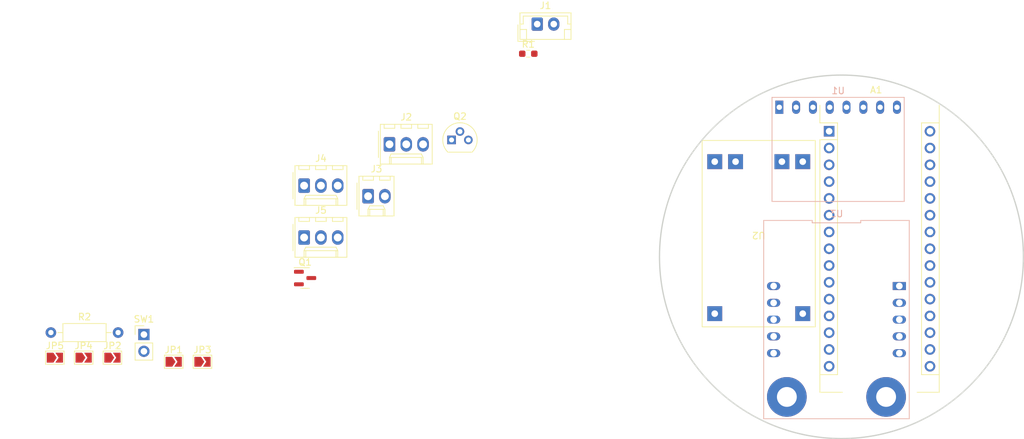
<source format=kicad_pcb>
(kicad_pcb (version 20210606) (generator pcbnew)
  (layers (0 "F.Cu" signal) (31 "B.Cu" signal) (34 "B.Paste" user) (35 "F.Paste" user) (36 "B.SilkS" user "B.Silkscreen") (37 "F.SilkS" user "F.Silkscreen") (38 "B.Mask" user) (39 "F.Mask" user) (44 "Edge.Cuts" user))
  (net 0 "")
  (net 1 "Net-(A1-Pad1)")
  (net 3 "Net-(A1-Pad2)")
  (net 7 "GND")
  (net 9 "/BUSY")
  (net 11 "/INT")
  (net 13 "/TX")
  (net 14 "/SDA")
  (net 15 "/CAP_SENSOR_2")
  (net 16 "/SCL")
  (net 17 "/RX")
  (net 19 "/GND_AUDIO_SW")
  (net 21 "/CAP_SENSOR_1")
  (net 22 "VCC")
  (net 23 "/SENSOR_POSITION")
  (net 30 "-BATT")
  (net 31 "+BATT")
  (net 32 "/SP-")
  (net 33 "/SP+")
  (net 35 "+5V")
  (net 36 "GNDPWR")
  (net 37 "/GND_AUDIO")
  (net 38 "Net-(Q1-Pad3)")
  (footprint "boitarire_lib:HW-107" (layer "F.Cu") (at 151.5 65 180)
    (fp_text reference "U2" (at 0 -0.5 180 unlocked) (layer "F.SilkS"))
    (fp_text value "HW-107")
    (fp_rect (start -8.55 -14.35) (end 8.55 13.85) (layer "F.SilkS") (width 0.12) (fill none))
    (pad "1" thru_hole rect (at 6.65 -12.35 180) (size 2.25 2.25) (drill 1) (layers *.Cu *.Mask) (net 35 "+5V"))
    (pad "2" thru_hole rect (at -6.65 -12.35 180) (size 2.25 2.25) (drill 1) (layers *.Cu *.Mask) (net 36 "GNDPWR"))
    (pad "3" thru_hole rect (at 3.5 10.65 180) (size 2.25 2.25) (drill 1) (layers *.Cu *.Mask) (net 31 "+BATT"))
    (pad "4" thru_hole rect (at -3.5 10.65 180) (size 2.25 2.25) (drill 1) (layers *.Cu *.Mask) (net 30 "-BATT"))
    (pad "5" thru_hole rect (at 6.65 10.65 180) (size 2.25 2.25) (drill 1) (layers *.Cu *.Mask) (net 22 "VCC"))
    (pad "6" thru_hole rect (at -6.65 10.65 180) (size 2.25 2.25) (drill 1) (layers *.Cu *.Mask) (net 7 "GND"))
  )
  (footprint "Jumper:SolderJumper-2_P1.3mm_Open_TrianglePad1.0x1.5mm" (layer "F.Cu") (at 53.82 84.01)
    (fp_text reference "JP2" (at 0 -1.8) (layer "F.SilkS"))
    (fp_text value "SolderJumper_2_Open")
    (fp_line (start 1.4 -1) (end 1.4 1) (layer "F.SilkS") (width 0.12))
    (fp_line (start 1.4 1) (end -1.4 1) (layer "F.SilkS") (width 0.12))
    (fp_line (start -1.4 -1) (end 1.4 -1) (layer "F.SilkS") (width 0.12))
    (fp_line (start -1.4 1) (end -1.4 -1) (layer "F.SilkS") (width 0.12))
    (pad "1" smd custom locked (at -0.725 0) (size 0.3 0.3) (layers "F.Cu" "F.Mask") (net 15 "/CAP_SENSOR_2") (options (clearance outline) (anchor rect)) (primitives (gr_poly (pts (xy -0.5 -0.75) (xy 0.5 -0.75) (xy 1 0) (xy 0.5 0.75) (xy -0.5 0.75)) (width 0) (fill yes))))
    (pad "2" smd custom locked (at 0.725 0) (size 0.3 0.3) (layers "F.Cu" "F.Mask") (net 9 "/BUSY") (options (clearance outline) (anchor rect)) (primitives (gr_poly (pts (xy -0.65 -0.75) (xy 0.5 -0.75) (xy 0.5 0.75) (xy -0.65 0.75) (xy -0.15 0)) (width 0) (fill yes))))
  )
  (footprint "Connector_Molex:Molex_KK-254_AE-6410-03A_1x03_P2.54mm_Vertical" (layer "F.Cu") (at 82.79 57.98)
    (fp_text reference "J4" (at 2.54 -4.12) (layer "F.SilkS"))
    (fp_text value "Conn cap sensor 1")
    (fp_line (start 0.25 1.46) (end 4.83 1.46) (layer "F.SilkS") (width 0.12))
    (fp_line (start 6.46 -3.03) (end -1.38 -3.03) (layer "F.SilkS") (width 0.12))
    (fp_line (start 4.28 -2.43) (end 5.88 -2.43) (layer "F.SilkS") (width 0.12))
    (fp_line (start -0.8 -3.03) (end -0.8 -2.43) (layer "F.SilkS") (width 0.12))
    (fp_line (start 4.83 2.99) (end 4.83 1.99) (layer "F.SilkS") (width 0.12))
    (fp_line (start 6.46 2.99) (end 6.46 -3.03) (layer "F.SilkS") (width 0.12))
    (fp_line (start 3.34 -2.43) (end 3.34 -3.03) (layer "F.SilkS") (width 0.12))
    (fp_line (start 1.74 -2.43) (end 3.34 -2.43) (layer "F.SilkS") (width 0.12))
    (fp_line (start -1.67 -2) (end -1.67 2) (layer "F.SilkS") (width 0.12))
    (fp_line (start 0 1.99) (end 0.25 1.46) (layer "F.SilkS") (width 0.12))
    (fp_line (start 1.74 -3.03) (end 1.74 -2.43) (layer "F.SilkS") (width 0.12))
    (fp_line (start 4.83 1.46) (end 5.08 1.99) (layer "F.SilkS") (width 0.12))
    (fp_line (start 0.8 -2.43) (end 0.8 -3.03) (layer "F.SilkS") (width 0.12))
    (fp_line (start 0 1.99) (end 5.08 1.99) (layer "F.SilkS") (width 0.12))
    (fp_line (start -1.38 2.99) (end 6.46 2.99) (layer "F.SilkS") (width 0.12))
    (fp_line (start -0.8 -2.43) (end 0.8 -2.43) (layer "F.SilkS") (width 0.12))
    (fp_line (start 4.28 -3.03) (end 4.28 -2.43) (layer "F.SilkS") (width 0.12))
    (fp_line (start 0 2.99) (end 0 1.99) (layer "F.SilkS") (width 0.12))
    (fp_line (start -1.38 -3.03) (end -1.38 2.99) (layer "F.SilkS") (width 0.12))
    (fp_line (start 5.08 1.99) (end 5.08 2.99) (layer "F.SilkS") (width 0.12))
    (fp_line (start 5.88 -2.43) (end 5.88 -3.03) (layer "F.SilkS") (width 0.12))
    (fp_line (start 0.25 2.99) (end 0.25 1.99) (layer "F.SilkS") (width 0.12))
    (pad "1" thru_hole roundrect locked (at 0 0) (size 1.74 2.19) (drill 1.19) (layers *.Cu *.Mask) (roundrect_rratio 0.143678) (net 22 "VCC"))
    (pad "2" thru_hole oval locked (at 2.54 0) (size 1.74 2.19) (drill 1.19) (layers *.Cu *.Mask) (net 21 "/CAP_SENSOR_1"))
    (pad "3" thru_hole oval locked (at 5.08 0) (size 1.74 2.19) (drill 1.19) (layers *.Cu *.Mask) (net 7 "GND"))
  )
  (footprint "Connector_Molex:Molex_KK-254_AE-6410-02A_1x02_P2.54mm_Vertical" (layer "F.Cu") (at 92.46 59.58)
    (fp_text reference "J3" (at 1.27 -4.12) (layer "F.SilkS"))
    (fp_text value "Conn jack DC")
    (fp_line (start -0.8 -3.03) (end -0.8 -2.43) (layer "F.SilkS") (width 0.12))
    (fp_line (start 0 2.99) (end 0 1.99) (layer "F.SilkS") (width 0.12))
    (fp_line (start 2.29 2.99) (end 2.29 1.99) (layer "F.SilkS") (width 0.12))
    (fp_line (start -0.8 -2.43) (end 0.8 -2.43) (layer "F.SilkS") (width 0.12))
    (fp_line (start 3.92 -3.03) (end -1.38 -3.03) (layer "F.SilkS") (width 0.12))
    (fp_line (start 1.74 -2.43) (end 3.34 -2.43) (layer "F.SilkS") (width 0.12))
    (fp_line (start -1.38 -3.03) (end -1.38 2.99) (layer "F.SilkS") (width 0.12))
    (fp_line (start 0.25 2.99) (end 0.25 1.99) (layer "F.SilkS") (width 0.12))
    (fp_line (start 3.34 -2.43) (end 3.34 -3.03) (layer "F.SilkS") (width 0.12))
    (fp_line (start 0 1.99) (end 0.25 1.46) (layer "F.SilkS") (width 0.12))
    (fp_line (start 2.29 1.46) (end 2.54 1.99) (layer "F.SilkS") (width 0.12))
    (fp_line (start 0.25 1.46) (end 2.29 1.46) (layer "F.SilkS") (width 0.12))
    (fp_line (start -1.67 -2) (end -1.67 2) (layer "F.SilkS") (width 0.12))
    (fp_line (start 0.8 -2.43) (end 0.8 -3.03) (layer "F.SilkS") (width 0.12))
    (fp_line (start 1.74 -3.03) (end 1.74 -2.43) (layer "F.SilkS") (width 0.12))
    (fp_line (start 0 1.99) (end 2.54 1.99) (layer "F.SilkS") (width 0.12))
    (fp_line (start -1.38 2.99) (end 3.92 2.99) (layer "F.SilkS") (width 0.12))
    (fp_line (start 3.92 2.99) (end 3.92 -3.03) (layer "F.SilkS") (width 0.12))
    (fp_line (start 2.54 1.99) (end 2.54 2.99) (layer "F.SilkS") (width 0.12))
    (pad "1" thru_hole roundrect locked (at 0 0) (size 1.74 2.19) (drill 1.19) (layers *.Cu *.Mask) (roundrect_rratio 0.143678) (net 35 "+5V"))
    (pad "2" thru_hole oval locked (at 2.54 0) (size 1.74 2.19) (drill 1.19) (layers *.Cu *.Mask) (net 36 "GNDPWR"))
  )
  (footprint "Connector_JST:JST_EH_B2B-EH-A_1x02_P2.50mm_Vertical" (layer "F.Cu") (at 118.02 33.54)
    (fp_text reference "J1" (at 1.25 -2.8) (layer "F.SilkS"))
    (fp_text value "Conn battery")
    (fp_line (start 5.11 2.31) (end 5.11 -1.71) (layer "F.SilkS") (width 0.12))
    (fp_line (start -2.11 -1.21) (end 4.61 -1.21) (layer "F.SilkS") (width 0.12))
    (fp_line (start -2.61 -1.71) (end -2.61 2.31) (layer "F.SilkS") (width 0.12))
    (fp_line (start -2.61 0.81) (end -1.61 0.81) (layer "F.SilkS") (width 0.12))
    (fp_line (start 4.11 0.81) (end 4.11 2.31) (layer "F.SilkS") (width 0.12))
    (fp_line (start 4.61 -1.21) (end 4.61 0) (layer "F.SilkS") (width 0.12))
    (fp_line (start -2.91 0.11) (end -2.91 2.61) (layer "F.SilkS") (width 0.12))
    (fp_line (start -2.11 0) (end -2.11 -1.21) (layer "F.SilkS") (width 0.12))
    (fp_line (start -1.61 0.81) (end -1.61 2.31) (layer "F.SilkS") (width 0.12))
    (fp_line (start -2.91 2.61) (end -0.41 2.61) (layer "F.SilkS") (width 0.12))
    (fp_line (start -2.61 0) (end -2.11 0) (layer "F.SilkS") (width 0.12))
    (fp_line (start 5.11 -1.71) (end -2.61 -1.71) (layer "F.SilkS") (width 0.12))
    (fp_line (start -2.61 2.31) (end 5.11 2.31) (layer "F.SilkS") (width 0.12))
    (fp_line (start 5.11 0.81) (end 4.11 0.81) (layer "F.SilkS") (width 0.12))
    (fp_line (start 4.61 0) (end 5.11 0) (layer "F.SilkS") (width 0.12))
    (pad "1" thru_hole roundrect locked (at 0 0) (size 1.7 2) (drill 1) (layers *.Cu *.Mask) (roundrect_rratio 0.147059) (net 30 "-BATT"))
    (pad "2" thru_hole oval locked (at 2.5 0) (size 1.7 2) (drill 1) (layers *.Cu *.Mask) (net 31 "+BATT"))
  )
  (footprint "Connector_Molex:Molex_KK-254_AE-6410-03A_1x03_P2.54mm_Vertical" (layer "F.Cu") (at 95.69 51.73)
    (fp_text reference "J2" (at 2.54 -4.12) (layer "F.SilkS"))
    (fp_text value "Conn speaker")
    (fp_line (start 4.28 -2.43) (end 5.88 -2.43) (layer "F.SilkS") (width 0.12))
    (fp_line (start 0 2.99) (end 0 1.99) (layer "F.SilkS") (width 0.12))
    (fp_line (start 5.88 -2.43) (end 5.88 -3.03) (layer "F.SilkS") (width 0.12))
    (fp_line (start 0.8 -2.43) (end 0.8 -3.03) (layer "F.SilkS") (width 0.12))
    (fp_line (start 0 1.99) (end 0.25 1.46) (layer "F.SilkS") (width 0.12))
    (fp_line (start -1.38 -3.03) (end -1.38 2.99) (layer "F.SilkS") (width 0.12))
    (fp_line (start -0.8 -2.43) (end 0.8 -2.43) (layer "F.SilkS") (width 0.12))
    (fp_line (start 4.83 2.99) (end 4.83 1.99) (layer "F.SilkS") (width 0.12))
    (fp_line (start 6.46 -3.03) (end -1.38 -3.03) (layer "F.SilkS") (width 0.12))
    (fp_line (start -1.67 -2) (end -1.67 2) (layer "F.SilkS") (width 0.12))
    (fp_line (start 0.25 2.99) (end 0.25 1.99) (layer "F.SilkS") (width 0.12))
    (fp_line (start 1.74 -3.03) (end 1.74 -2.43) (layer "F.SilkS") (width 0.12))
    (fp_line (start 5.08 1.99) (end 5.08 2.99) (layer "F.SilkS") (width 0.12))
    (fp_line (start 1.74 -2.43) (end 3.34 -2.43) (layer "F.SilkS") (width 0.12))
    (fp_line (start 0.25 1.46) (end 4.83 1.46) (layer "F.SilkS") (width 0.12))
    (fp_line (start 3.34 -2.43) (end 3.34 -3.03) (layer "F.SilkS") (width 0.12))
    (fp_line (start 6.46 2.99) (end 6.46 -3.03) (layer "F.SilkS") (width 0.12))
    (fp_line (start -1.38 2.99) (end 6.46 2.99) (layer "F.SilkS") (width 0.12))
    (fp_line (start 0 1.99) (end 5.08 1.99) (layer "F.SilkS") (width 0.12))
    (fp_line (start 4.83 1.46) (end 5.08 1.99) (layer "F.SilkS") (width 0.12))
    (fp_line (start 4.28 -3.03) (end 4.28 -2.43) (layer "F.SilkS") (width 0.12))
    (fp_line (start -0.8 -3.03) (end -0.8 -2.43) (layer "F.SilkS") (width 0.12))
    (pad "1" thru_hole roundrect locked (at 0 0) (size 1.74 2.19) (drill 1.19) (layers *.Cu *.Mask) (roundrect_rratio 0.143678) (net 32 "/SP-"))
    (pad "2" thru_hole oval locked (at 2.54 0) (size 1.74 2.19) (drill 1.19) (layers *.Cu *.Mask) (net 33 "/SP+"))
    (pad "3" thru_hole oval locked (at 5.08 0) (size 1.74 2.19) (drill 1.19) (layers *.Cu *.Mask))
  )
  (footprint "Package_TO_SOT_THT:TO-92" (layer "F.Cu") (at 105.075 51.065)
    (fp_text reference "Q2" (at 1.27 -3.56) (layer "F.SilkS"))
    (fp_text value "Q_NMOS_SGD")
    (fp_line (start -0.53 1.85) (end 3.07 1.85) (layer "F.SilkS") (width 0.12))
    (fp_arc (start 1.27 0) (end 1.27 -2.6) (angle -135) (layer "F.SilkS") (width 0.12))
    (fp_arc (start 1.27 0) (end 1.27 -2.6) (angle 135) (layer "F.SilkS") (width 0.12))
    (pad "1" thru_hole rect locked (at 0 0) (size 1.3 1.3) (drill 0.75) (layers *.Cu *.Mask) (net 7 "GND"))
    (pad "2" thru_hole circle locked (at 1.27 -1.27) (size 1.3 1.3) (drill 0.75) (layers *.Cu *.Mask) (net 37 "/GND_AUDIO"))
    (pad "3" thru_hole circle locked (at 2.54 0) (size 1.3 1.3) (drill 0.75) (layers *.Cu *.Mask) (net 38 "Net-(Q1-Pad3)"))
  )
  (footprint "Resistor_SMD:R_0603_1608Metric_Pad0.98x0.95mm_HandSolder" (layer "F.Cu") (at 116.67 38.02)
    (fp_text reference "R1" (at 0 -1.43) (layer "F.SilkS"))
    (fp_text value "4k7")
    (fp_line (start -0.254724 0.5225) (end 0.254724 0.5225) (layer "F.SilkS") (width 0.12))
    (fp_line (start -0.254724 -0.5225) (end 0.254724 -0.5225) (layer "F.SilkS") (width 0.12))
    (pad "1" smd roundrect locked (at -0.9125 0) (size 0.975 0.95) (layers "F.Cu" "F.Paste" "F.Mask") (net 19 "/GND_AUDIO_SW"))
    (pad "2" smd roundrect locked (at 0.9125 0) (size 0.975 0.95) (layers "F.Cu" "F.Paste" "F.Mask") (net 37 "/GND_AUDIO"))
  )
  (footprint "Connector_Molex:Molex_KK-254_AE-6410-03A_1x03_P2.54mm_Vertical" (layer "F.Cu") (at 82.79 65.83)
    (fp_text reference "J5" (at 2.54 -4.12) (layer "F.SilkS"))
    (fp_text value "Conn cap sensor 2")
    (fp_line (start 4.28 -2.43) (end 5.88 -2.43) (layer "F.SilkS") (width 0.12))
    (fp_line (start 1.74 -3.03) (end 1.74 -2.43) (layer "F.SilkS") (width 0.12))
    (fp_line (start 1.74 -2.43) (end 3.34 -2.43) (layer "F.SilkS") (width 0.12))
    (fp_line (start 0.8 -2.43) (end 0.8 -3.03) (layer "F.SilkS") (width 0.12))
    (fp_line (start -0.8 -2.43) (end 0.8 -2.43) (layer "F.SilkS") (width 0.12))
    (fp_line (start 5.08 1.99) (end 5.08 2.99) (layer "F.SilkS") (width 0.12))
    (fp_line (start 0.25 2.99) (end 0.25 1.99) (layer "F.SilkS") (width 0.12))
    (fp_line (start 4.28 -3.03) (end 4.28 -2.43) (layer "F.SilkS") (width 0.12))
    (fp_line (start 4.83 1.46) (end 5.08 1.99) (layer "F.SilkS") (width 0.12))
    (fp_line (start 0.25 1.46) (end 4.83 1.46) (layer "F.SilkS") (width 0.12))
    (fp_line (start 5.88 -2.43) (end 5.88 -3.03) (layer "F.SilkS") (width 0.12))
    (fp_line (start 3.34 -2.43) (end 3.34 -3.03) (layer "F.SilkS") (width 0.12))
    (fp_line (start 0 1.99) (end 0.25 1.46) (layer "F.SilkS") (width 0.12))
    (fp_line (start -1.67 -2) (end -1.67 2) (layer "F.SilkS") (width 0.12))
    (fp_line (start -1.38 2.99) (end 6.46 2.99) (layer "F.SilkS") (width 0.12))
    (fp_line (start -0.8 -3.03) (end -0.8 -2.43) (layer "F.SilkS") (width 0.12))
    (fp_line (start 6.46 -3.03) (end -1.38 -3.03) (layer "F.SilkS") (width 0.12))
    (fp_line (start 0 2.99) (end 0 1.99) (layer "F.SilkS") (width 0.12))
    (fp_line (start -1.38 -3.03) (end -1.38 2.99) (layer "F.SilkS") (width 0.12))
    (fp_line (start 4.83 2.99) (end 4.83 1.99) (layer "F.SilkS") (width 0.12))
    (fp_line (start 0 1.99) (end 5.08 1.99) (layer "F.SilkS") (width 0.12))
    (fp_line (start 6.46 2.99) (end 6.46 -3.03) (layer "F.SilkS") (width 0.12))
    (pad "1" thru_hole roundrect locked (at 0 0) (size 1.74 2.19) (drill 1.19) (layers *.Cu *.Mask) (roundrect_rratio 0.143678) (net 22 "VCC"))
    (pad "2" thru_hole oval locked (at 2.54 0) (size 1.74 2.19) (drill 1.19) (layers *.Cu *.Mask) (net 15 "/CAP_SENSOR_2"))
    (pad "3" thru_hole oval locked (at 5.08 0) (size 1.74 2.19) (drill 1.19) (layers *.Cu *.Mask) (net 7 "GND"))
  )
  (footprint "Jumper:SolderJumper-2_P1.3mm_Open_TrianglePad1.0x1.5mm" (layer "F.Cu") (at 63.08 84.63)
    (fp_text reference "JP1" (at 0 -1.8) (layer "F.SilkS"))
    (fp_text value "SolderJumper_2_Open")
    (fp_line (start -1.4 -1) (end 1.4 -1) (layer "F.SilkS") (width 0.12))
    (fp_line (start 1.4 1) (end -1.4 1) (layer "F.SilkS") (width 0.12))
    (fp_line (start -1.4 1) (end -1.4 -1) (layer "F.SilkS") (width 0.12))
    (fp_line (start 1.4 -1) (end 1.4 1) (layer "F.SilkS") (width 0.12))
    (pad "1" smd custom locked (at -0.725 0) (size 0.3 0.3) (layers "F.Cu" "F.Mask") (net 11 "/INT") (options (clearance outline) (anchor rect)) (primitives (gr_poly (pts (xy -0.5 -0.75) (xy 0.5 -0.75) (xy 1 0) (xy 0.5 0.75) (xy -0.5 0.75)) (width 0) (fill yes))))
    (pad "2" smd custom locked (at 0.725 0) (size 0.3 0.3) (layers "F.Cu" "F.Mask") (net 9 "/BUSY") (options (clearance outline) (anchor rect)) (primitives (gr_poly (pts (xy -0.65 -0.75) (xy 0.5 -0.75) (xy 0.5 0.75) (xy -0.65 0.75) (xy -0.15 0)) (width 0) (fill yes))))
  )
  (footprint "Jumper:SolderJumper-2_P1.3mm_Open_TrianglePad1.0x1.5mm" (layer "F.Cu") (at 67.43 84.63)
    (fp_text reference "JP3" (at 0 -1.8) (layer "F.SilkS"))
    (fp_text value "SolderJumper_2_Open")
    (fp_line (start -1.4 1) (end -1.4 -1) (layer "F.SilkS") (width 0.12))
    (fp_line (start 1.4 1) (end -1.4 1) (layer "F.SilkS") (width 0.12))
    (fp_line (start -1.4 -1) (end 1.4 -1) (layer "F.SilkS") (width 0.12))
    (fp_line (start 1.4 -1) (end 1.4 1) (layer "F.SilkS") (width 0.12))
    (pad "1" smd custom locked (at -0.725 0) (size 0.3 0.3) (layers "F.Cu" "F.Mask") (net 13 "/TX") (options (clearance outline) (anchor rect)) (primitives (gr_poly (pts (xy -0.5 -0.75) (xy 0.5 -0.75) (xy 1 0) (xy 0.5 0.75) (xy -0.5 0.75)) (width 0) (fill yes))))
    (pad "2" smd custom locked (at 0.725 0) (size 0.3 0.3) (layers "F.Cu" "F.Mask") (net 1 "Net-(A1-Pad1)") (options (clearance outline) (anchor rect)) (primitives (gr_poly (pts (xy -0.65 -0.75) (xy 0.5 -0.75) (xy 0.5 0.75) (xy -0.65 0.75) (xy -0.15 0)) (width 0) (fill yes))))
  )
  (footprint "Resistor_THT:R_Axial_DIN0207_L6.3mm_D2.5mm_P10.16mm_Horizontal" (layer "F.Cu") (at 44.52 80.21)
    (fp_text reference "R2" (at 5.08 -2.37) (layer "F.SilkS"))
    (fp_text value "4k7")
    (fp_line (start 8.35 -1.37) (end 1.81 -1.37) (layer "F.SilkS") (width 0.12))
    (fp_line (start 1.81 1.37) (end 8.35 1.37) (layer "F.SilkS") (width 0.12))
    (fp_line (start 1.04 0) (end 1.81 0) (layer "F.SilkS") (width 0.12))
    (fp_line (start 8.35 1.37) (end 8.35 -1.37) (layer "F.SilkS") (width 0.12))
    (fp_line (start 9.12 0) (end 8.35 0) (layer "F.SilkS") (width 0.12))
    (fp_line (start 1.81 -1.37) (end 1.81 1.37) (layer "F.SilkS") (width 0.12))
    (pad "1" thru_hole circle locked (at 0 0) (size 1.6 1.6) (drill 0.8) (layers *.Cu *.Mask) (net 19 "/GND_AUDIO_SW"))
    (pad "2" thru_hole oval locked (at 10.16 0) (size 1.6 1.6) (drill 0.8) (layers *.Cu *.Mask) (net 37 "/GND_AUDIO"))
  )
  (footprint "Jumper:SolderJumper-2_P1.3mm_Open_TrianglePad1.0x1.5mm" (layer "F.Cu") (at 45.12 84.01)
    (fp_text reference "JP5" (at 0 -1.8) (layer "F.SilkS"))
    (fp_text value "SolderJumper_2_Open")
    (fp_line (start -1.4 -1) (end 1.4 -1) (layer "F.SilkS") (width 0.12))
    (fp_line (start 1.4 1) (end -1.4 1) (layer "F.SilkS") (width 0.12))
    (fp_line (start -1.4 1) (end -1.4 -1) (layer "F.SilkS") (width 0.12))
    (fp_line (start 1.4 -1) (end 1.4 1) (layer "F.SilkS") (width 0.12))
    (pad "1" smd custom locked (at -0.725 0) (size 0.3 0.3) (layers "F.Cu" "F.Mask") (net 23 "/SENSOR_POSITION") (options (clearance outline) (anchor rect)) (primitives (gr_poly (pts (xy -0.5 -0.75) (xy 0.5 -0.75) (xy 1 0) (xy 0.5 0.75) (xy -0.5 0.75)) (width 0) (fill yes))))
    (pad "2" smd custom locked (at 0.725 0) (size 0.3 0.3) (layers "F.Cu" "F.Mask") (net 21 "/CAP_SENSOR_1") (options (clearance outline) (anchor rect)) (primitives (gr_poly (pts (xy -0.65 -0.75) (xy 0.5 -0.75) (xy 0.5 0.75) (xy -0.65 0.75) (xy -0.15 0)) (width 0) (fill yes))))
  )
  (footprint "Package_TO_SOT_SMD:SOT-23" (layer "F.Cu") (at 82.94 71.96)
    (fp_text reference "Q1" (at 0 -2.4) (layer "F.SilkS"))
    (fp_text value "DMN2050L")
    (fp_line (start 0 1.56) (end -0.65 1.56) (layer "F.SilkS") (width 0.12))
    (fp_line (start 0 1.56) (end 0.65 1.56) (layer "F.SilkS") (width 0.12))
    (fp_line (start 0 -1.56) (end -1.675 -1.56) (layer "F.SilkS") (width 0.12))
    (fp_line (start 0 -1.56) (end 0.65 -1.56) (layer "F.SilkS") (width 0.12))
    (pad "1" smd roundrect locked (at -0.9375 -0.95) (size 1.475 0.6) (layers "F.Cu" "F.Paste" "F.Mask") (net 37 "/GND_AUDIO"))
    (pad "2" smd roundrect locked (at -0.9375 0.95) (size 1.475 0.6) (layers "F.Cu" "F.Paste" "F.Mask") (net 7 "GND"))
    (pad "3" smd roundrect locked (at 0.9375 0) (size 1.475 0.6) (layers "F.Cu" "F.Paste" "F.Mask") (net 38 "Net-(Q1-Pad3)"))
  )
  (footprint "Jumper:SolderJumper-2_P1.3mm_Open_TrianglePad1.0x1.5mm" (layer "F.Cu") (at 49.47 84.01)
    (fp_text reference "JP4" (at 0 -1.8) (layer "F.SilkS"))
    (fp_text value "SolderJumper_2_Open")
    (fp_line (start 1.4 -1) (end 1.4 1) (layer "F.SilkS") (width 0.12))
    (fp_line (start 1.4 1) (end -1.4 1) (layer "F.SilkS") (width 0.12))
    (fp_line (start -1.4 -1) (end 1.4 -1) (layer "F.SilkS") (width 0.12))
    (fp_line (start -1.4 1) (end -1.4 -1) (layer "F.SilkS") (width 0.12))
    (pad "1" smd custom locked (at -0.725 0) (size 0.3 0.3) (layers "F.Cu" "F.Mask") (net 17 "/RX") (options (clearance outline) (anchor rect)) (primitives (gr_poly (pts (xy -0.5 -0.75) (xy 0.5 -0.75) (xy 1 0) (xy 0.5 0.75) (xy -0.5 0.75)) (width 0) (fill yes))))
    (pad "2" smd custom locked (at 0.725 0) (size 0.3 0.3) (layers "F.Cu" "F.Mask") (net 3 "Net-(A1-Pad2)") (options (clearance outline) (anchor rect)) (primitives (gr_poly (pts (xy -0.65 -0.75) (xy 0.5 -0.75) (xy 0.5 0.75) (xy -0.65 0.75) (xy -0.15 0)) (width 0) (fill yes))))
  )
  (footprint "Connector_PinHeader_2.54mm:PinHeader_1x02_P2.54mm_Vertical" (layer "F.Cu") (at 58.58 80.51)
    (fp_text reference "SW1" (at 0 -2.33) (layer "F.SilkS"))
    (fp_text value "SW_Position_Sensor")
    (fp_line (start -1.33 1.27) (end 1.33 1.27) (layer "F.SilkS") (width 0.12))
    (fp_line (start -1.33 3.87) (end 1.33 3.87) (layer "F.SilkS") (width 0.12))
    (fp_line (start -1.33 0) (end -1.33 -1.33) (layer "F.SilkS") (width 0.12))
    (fp_line (start 1.33 1.27) (end 1.33 3.87) (layer "F.SilkS") (width 0.12))
    (fp_line (start -1.33 -1.33) (end 0 -1.33) (layer "F.SilkS") (width 0.12))
    (fp_line (start -1.33 1.27) (end -1.33 3.87) (layer "F.SilkS") (width 0.12))
    (pad "1" thru_hole rect locked (at 0 0) (size 1.7 1.7) (drill 1) (layers *.Cu *.Mask) (net 23 "/SENSOR_POSITION"))
    (pad "2" thru_hole oval locked (at 0 2.54) (size 1.7 1.7) (drill 1) (layers *.Cu *.Mask) (net 7 "GND"))
  )
  (footprint "Module:Arduino_Nano" (layer "F.Cu") (at 162.14 49.75)
    (fp_text reference "A1" (at 7.11 -6.25) (layer "F.SilkS"))
    (fp_text value "Arduino_Nano_Every")
    (fp_line (start -1.4 -3.94) (end -1.4 -1.27) (layer "F.SilkS") (width 0.12))
    (fp_line (start 1.27 1.27) (end 1.27 36.83) (layer "F.SilkS") (width 0.12))
    (fp_line (start 1.27 1.27) (end 1.27 -1.27) (layer "F.SilkS") (width 0.12))
    (fp_line (start 1.27 -1.27) (end -1.4 -1.27) (layer "F.SilkS") (width 0.12))
    (fp_line (start 16.64 39.5) (end 16.64 -3.94) (layer "F.SilkS") (width 0.12))
    (fp_line (start 13.97 -1.27) (end 16.64 -1.27) (layer "F.SilkS") (width 0.12))
    (fp_line (start -1.4 1.27) (end -1.4 39.5) (layer "F.SilkS") (width 0.12))
    (fp_line (start 1.27 1.27) (end -1.4 1.27) (layer "F.SilkS") (width 0.12))
    (fp_line (start 13.97 -1.27) (end 13.97 36.83) (layer "F.SilkS") (width 0.12))
    (fp_line (start 13.97 36.83) (end 16.64 36.83) (layer "F.SilkS") (width 0.12))
    (fp_line (start 13.3 39.5) (end 16.64 39.5) (layer "F.SilkS") (width 0.12))
    (fp_line (start 1.27 36.83) (end -1.4 36.83) (layer "F.SilkS") (width 0.12))
    (fp_line (start -1.4 39.5) (end 2 39.5) (layer "F.SilkS") (width 0.12))
    (pad "1" thru_hole rect locked (at 0 0) (size 1.6 1.6) (drill 1) (layers *.Cu *.Mask) (net 1 "Net-(A1-Pad1)"))
    (pad "2" thru_hole oval locked (at 0 2.54) (size 1.6 1.6) (drill 1) (layers *.Cu *.Mask) (net 3 "Net-(A1-Pad2)"))
    (pad "3" thru_hole oval locked (at 0 5.08) (size 1.6 1.6) (drill 1) (layers *.Cu *.Mask))
    (pad "4" thru_hole oval locked (at 0 7.62) (size 1.6 1.6) (drill 1) (layers *.Cu *.Mask) (net 7 "GND"))
    (pad "5" thru_hole oval locked (at 0 10.16) (size 1.6 1.6) (drill 1) (layers *.Cu *.Mask) (net 9 "/BUSY"))
    (pad "6" thru_hole oval locked (at 0 12.7) (size 1.6 1.6) (drill 1) (layers *.Cu *.Mask) (net 11 "/INT"))
    (pad "7" thru_hole oval locked (at 0 15.24) (size 1.6 1.6) (drill 1) (layers *.Cu *.Mask) (net 13 "/TX"))
    (pad "8" thru_hole oval locked (at 0 17.78) (size 1.6 1.6) (drill 1) (layers *.Cu *.Mask) (net 15 "/CAP_SENSOR_2"))
    (pad "9" thru_hole oval locked (at 0 20.32) (size 1.6 1.6) (drill 1) (layers *.Cu *.Mask) (net 17 "/RX"))
    (pad "10" thru_hole oval locked (at 0 22.86) (size 1.6 1.6) (drill 1) (layers *.Cu *.Mask) (net 19 "/GND_AUDIO_SW"))
    (pad "11" thru_hole oval locked (at 0 25.4) (size 1.6 1.6) (drill 1) (layers *.Cu *.Mask) (net 21 "/CAP_SENSOR_1"))
    (pad "12" thru_hole oval locked (at 0 27.94) (size 1.6 1.6) (drill 1) (layers *.Cu *.Mask) (net 23 "/SENSOR_POSITION"))
    (pad "13" thru_hole oval locked (at 0 30.48) (size 1.6 1.6) (drill 1) (layers *.Cu *.Mask))
    (pad "14" thru_hole oval locked (at 0 33.02) (size 1.6 1.6) (drill 1) (layers *.Cu *.Mask))
    (pad "15" thru_hole oval locked (at 0 35.56) (size 1.6 1.6) (drill 1) (layers *.Cu *.Mask))
    (pad "16" thru_hole oval locked (at 15.24 35.56) (size 1.6 1.6) (drill 1) (layers *.Cu *.Mask))
    (pad "17" thru_hole oval locked (at 15.24 33.02) (size 1.6 1.6) (drill 1) (layers *.Cu *.Mask))
    (pad "18" thru_hole oval locked (at 15.24 30.48) (size 1.6 1.6) (drill 1) (layers *.Cu *.Mask))
    (pad "19" thru_hole oval locked (at 15.24 27.94) (size 1.6 1.6) (drill 1) (layers *.Cu *.Mask))
    (pad "20" thru_hole oval locked (at 15.24 25.4) (size 1.6 1.6) (drill 1) (layers *.Cu *.Mask))
    (pad "21" thru_hole oval locked (at 15.24 22.86) (size 1.6 1.6) (drill 1) (layers *.Cu *.Mask))
    (pad "22" thru_hole oval locked (at 15.24 20.32) (size 1.6 1.6) (drill 1) (layers *.Cu *.Mask))
    (pad "23" thru_hole oval locked (at 15.24 17.78) (size 1.6 1.6) (drill 1) (layers *.Cu *.Mask) (net 14 "/SDA"))
    (pad "24" thru_hole oval locked (at 15.24 15.24) (size 1.6 1.6) (drill 1) (layers *.Cu *.Mask) (net 16 "/SCL"))
    (pad "25" thru_hole oval locked (at 15.24 12.7) (size 1.6 1.6) (drill 1) (layers *.Cu *.Mask))
    (pad "26" thru_hole oval locked (at 15.24 10.16) (size 1.6 1.6) (drill 1) (layers *.Cu *.Mask))
    (pad "27" thru_hole oval locked (at 15.24 7.62) (size 1.6 1.6) (drill 1) (layers *.Cu *.Mask) (net 22 "VCC"))
    (pad "28" thru_hole oval locked (at 15.24 5.08) (size 1.6 1.6) (drill 1) (layers *.Cu *.Mask))
    (pad "29" thru_hole oval locked (at 15.24 2.54) (size 1.6 1.6) (drill 1) (layers *.Cu *.Mask) (net 7 "GND"))
    (pad "30" thru_hole oval locked (at 15.24 0) (size 1.6 1.6) (drill 1) (layers *.Cu *.Mask))
  )
  (footprint "boitarire_lib:GY-521" (layer "B.Cu") (at 163.5 46.125)
    (fp_text reference "U1" (at 0 -2.5 180) (layer "B.SilkS") (effects (justify mirror)))
    (fp_text value "GY-521")
    (fp_line (start -9.99 -1.5) (end -9.99 14.25) (layer "B.SilkS") (width 0.12))
    (fp_line (start 9.99 14.25) (end 9.99 -1.5) (layer "B.SilkS") (width 0.12))
    (fp_line (start -9.99 14.25) (end 9.99 14.25) (layer "B.SilkS") (width 0.12))
    (fp_line (start 9.99 -1.5) (end -9.99 -1.5) (layer "B.SilkS") (width 0.12))
    (pad "" np_thru_hole circle (at -7.62 11.5) (size 3 3) (drill 3) (layers F&B.Cu *.Mask))
    (pad "" np_thru_hole circle (at 7.62 11.5) (size 3 3) (drill 3) (layers F&B.Cu *.Mask))
    (pad "1" thru_hole rect (at -8.89 0) (size 1.2 2) (drill 0.8) (layers *.Cu *.Mask) (net 22 "VCC"))
    (pad "2" thru_hole oval (at -6.35 0) (size 1.2 2) (drill 0.8) (layers *.Cu *.Mask) (net 7 "GND"))
    (pad "3" thru_hole oval (at -3.81 0) (size 1.2 2) (drill 0.8) (layers *.Cu *.Mask) (net 16 "/SCL"))
    (pad "4" thru_hole oval (at -1.27 0) (size 1.2 2) (drill 0.8) (layers *.Cu *.Mask) (net 14 "/SDA"))
    (pad "5" thru_hole oval (at 1.27 0) (size 1.2 2) (drill 0.8) (layers *.Cu *.Mask))
    (pad "6" thru_hole oval (at 3.81 0) (size 1.2 2) (drill 0.8) (layers *.Cu *.Mask))
    (pad "7" thru_hole oval (at 6.35 0) (size 1.2 2) (drill 0.8) (layers *.Cu *.Mask))
    (pad "8" thru_hole oval (at 8.89 0) (size 1.2 2) (drill 0.8) (layers *.Cu *.Mask) (net 11 "/INT"))
  )
  (footprint "boitarire_lib:DFR0534" (layer "B.Cu") (at 163.25 78.25 -90)
    (fp_text reference "U3" (at -16 0) (layer "B.SilkS") (effects (justify mirror)))
    (fp_text value "DFR0534")
    (fp_line (start -15 11) (end -15 3.666666) (layer "B.SilkS") (width 0.12))
    (fp_line (start 15 -11) (end 15 11) (layer "B.SilkS") (width 0.12))
    (fp_line (start 15 11) (end -15 11) (layer "B.SilkS") (width 0.12))
    (fp_line (start -15 -3.666666) (end -15 -11) (layer "B.SilkS") (width 0.12))
    (fp_line (start -14.64 -3.666666) (end -15 -3.666666) (layer "B.SilkS") (width 0.12))
    (fp_line (start -14.64 3.666666) (end -14.64 -3.666666) (layer "B.SilkS") (width 0.12))
    (fp_line (start -15 -11) (end 15 -11) (layer "B.SilkS") (width 0.12))
    (fp_line (start -15 3.666666) (end -14.64 3.666666) (layer "B.SilkS") (width 0.12))
    (pad "1" thru_hole rect (at -5.08 -9.5 270) (size 1.2 2) (drill 1) (layers *.Cu *.Mask) (net 9 "/BUSY"))
    (pad "2" thru_hole oval (at -2.54 -9.5 270) (size 1.2 2) (drill 1) (layers *.Cu *.Mask) (net 13 "/TX"))
    (pad "3" thru_hole oval (at 0 -9.5 270) (size 1.2 2) (drill 1) (layers *.Cu *.Mask) (net 17 "/RX"))
    (pad "4" thru_hole oval (at 2.54 -9.5 270) (size 1.2 2) (drill 1) (layers *.Cu *.Mask) (net 37 "/GND_AUDIO"))
    (pad "5" thru_hole oval (at 5.08 -9.5 270) (size 1.2 2) (drill 1) (layers *.Cu *.Mask) (net 22 "VCC"))
    (pad "6" thru_hole oval (at 5.08 9.5 270) (size 1.2 2) (drill 1) (layers *.Cu *.Mask) (net 32 "/SP-"))
    (pad "7" thru_hole oval (at 2.54 9.5 270) (size 1.2 2) (drill 1) (layers *.Cu *.Mask) (net 33 "/SP+"))
    (pad "8" thru_hole oval (at 0 9.5 270) (size 1.2 2) (drill 1) (layers *.Cu *.Mask))
    (pad "9" thru_hole oval (at -2.54 9.5 270) (size 1.2 2) (drill 1) (layers *.Cu *.Mask))
    (pad "10" thru_hole oval (at -5.08 9.5 270) (size 1.2 2) (drill 1) (layers *.Cu *.Mask))
    (pad "S1" thru_hole circle (at 11.7 -7.5 270) (size 6 6) (drill 3) (layers *.Cu *.Mask))
    (pad "S2" thru_hole circle (at 11.7 7.5 270) (size 6 6) (drill 3) (layers *.Cu *.Mask))
  )
  (gr_circle (center 164 68.75) (end 191.5 68.75) (layer "Edge.Cuts") (width 0.2) (fill none))
)
</source>
